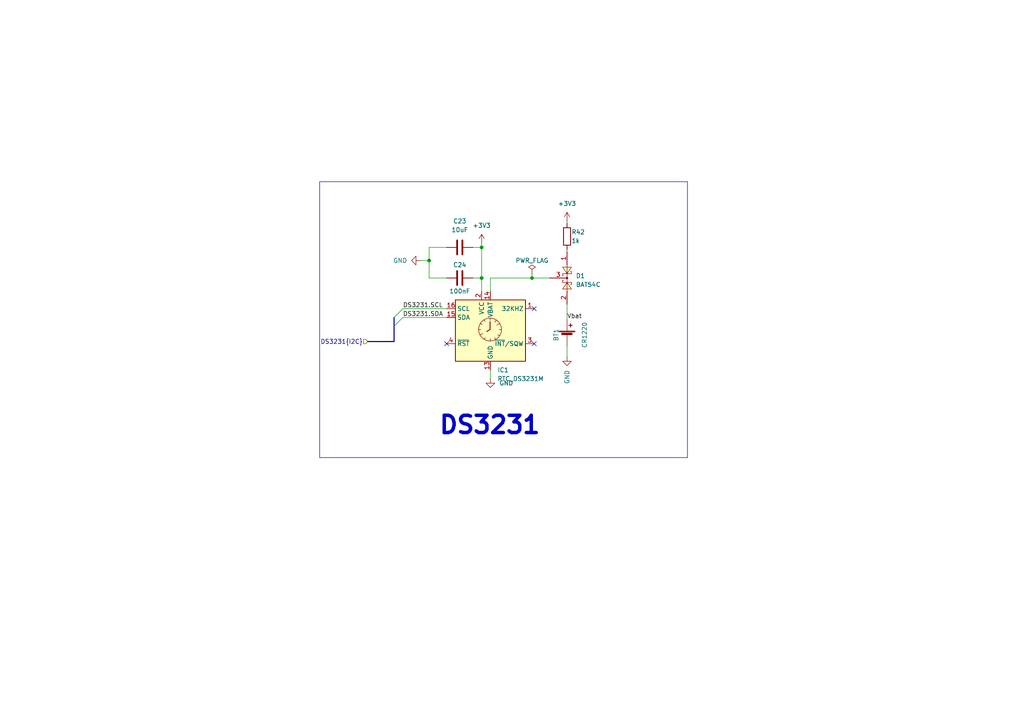
<source format=kicad_sch>
(kicad_sch (version 20230121) (generator eeschema)
  (paper "A4")
  (lib_symbols
    (symbol "Device:Battery_Cell" (pin_numbers hide) (pin_names (offset 0) hide)
      (property "Reference" "BT" (at 2.54 2.54 0))
      (property "Value" "Battery_Cell" (at 2.54 0 0))
      (symbol "Battery_Cell_0_1"
        (rectangle (start -2.286 1.778) (end 2.286 1.524) (fill (type outline)))
        (rectangle (start -1.5748 1.1938) (end 1.4732 0.6858) (fill (type outline)))
        (polyline (pts (xy 0 0.762) (xy 0 0)))
        (polyline (pts (xy 0 1.778) (xy 0 2.54)))
        (polyline (pts (xy 0.508 3.429) (xy 1.524 3.429)) (stroke (width 0.254)))
        (polyline (pts (xy 1.016 3.937) (xy 1.016 2.921)) (stroke (width 0.254)))
      )
      (symbol "Battery_Cell_1_1"
        (pin passive line (at 0 5.08 270) (length 2.54) (name "+") (number "1"))
        (pin passive line (at 0 -2.54 90) (length 2.54) (name "-") (number "2"))
      )
    )
    (symbol "Device:C" (pin_numbers hide) (pin_names (offset 0.254))
      (property "Reference" "C" (at 0.635 2.54 0))
      (property "Value" "C" (at 0.635 -2.54 0))
      (symbol "C_0_1"
        (polyline (pts (xy -2.032 -0.762) (xy 2.032 -0.762)) (stroke (width 0.508)))
        (polyline (pts (xy -2.032 0.762) (xy 2.032 0.762)) (stroke (width 0.508)))
      )
      (symbol "C_1_1"
        (pin passive line (at 0 3.81 270) (length 2.794) (name "~") (number "1"))
        (pin passive line (at 0 -3.81 90) (length 2.794) (name "~") (number "2"))
      )
    )
    (symbol "Device:R" (pin_numbers hide) (pin_names (offset 0))
      (property "Reference" "R" (at 2.032 0 90))
      (property "Value" "R" (at 0 0 90))
      (symbol "R_0_1"
        (rectangle (start -1.016 -2.54) (end 1.016 2.54) (stroke (width 0.254)))
      )
      (symbol "R_1_1"
        (pin passive line (at 0 3.81 270) (length 1.27) (name "~") (number "1"))
        (pin passive line (at 0 -3.81 90) (length 1.27) (name "~") (number "2"))
      )
    )
    (symbol "GND_10" (power) (pin_names (offset 0))
      (property "Value" "GND_10" (at 0 -3.81 0))
      (symbol "GND_10_0_1"
        (polyline (pts (xy 0 0) (xy 0 -1.27) (xy 1.27 -1.27) (xy 0 -2.54) (xy -1.27 -1.27) (xy 0 -1.27)))
      )
      (symbol "GND_10_1_1"
        (pin power_in line (at 0 0 270) (length 0) hide (name "GND") (number "1"))
      )
    )
    (symbol "GND_3" (power) (pin_names (offset 0))
      (property "Value" "GND_3" (at 0 -3.81 0))
      (symbol "GND_3_0_1"
        (polyline (pts (xy 0 0) (xy 0 -1.27) (xy 1.27 -1.27) (xy 0 -2.54) (xy -1.27 -1.27) (xy 0 -1.27)))
      )
      (symbol "GND_3_1_1"
        (pin power_in line (at 0 0 270) (length 0) hide (name "GND") (number "1"))
      )
    )
    (symbol "GND_9" (power) (pin_names (offset 0))
      (property "Value" "GND_9" (at 0 -3.81 0))
      (symbol "GND_9_0_1"
        (polyline (pts (xy 0 0) (xy 0 -1.27) (xy 1.27 -1.27) (xy 0 -2.54) (xy -1.27 -1.27) (xy 0 -1.27)))
      )
      (symbol "GND_9_1_1"
        (pin power_in line (at 0 0 270) (length 0) hide (name "GND") (number "1"))
      )
    )
    (symbol "IVS_SYMBOLS:BAT54C" (pin_names (offset 1.016))
      (property "Reference" "D" (at 0.635 -3.81 0))
      (property "Value" "BAT54C" (at -6.35 3.175 0))
      (symbol "BAT54C_0_1"
        (polyline (pts (xy -1.905 0) (xy 1.905 0)))
        (polyline (pts (xy -1.905 1.27) (xy -1.905 1.016)))
        (polyline (pts (xy -1.27 -1.27) (xy -0.635 -1.27)))
        (polyline (pts (xy -1.27 0) (xy -3.81 0)))
        (polyline (pts (xy -1.27 1.27) (xy -1.905 1.27)))
        (polyline (pts (xy -1.27 1.27) (xy -1.27 -1.27)))
        (polyline (pts (xy -0.635 -1.27) (xy -0.635 -1.016)))
        (polyline (pts (xy 0.635 -1.27) (xy 0.635 -1.016)))
        (polyline (pts (xy 1.27 -1.27) (xy 0.635 -1.27)))
        (polyline (pts (xy 1.27 1.27) (xy 1.27 -1.27)))
        (polyline (pts (xy 1.27 1.27) (xy 1.905 1.27)))
        (polyline (pts (xy 1.905 1.27) (xy 1.905 1.016)))
        (polyline (pts (xy 3.81 0) (xy 1.27 0)))
        (circle (center 0 0) (radius 0.254) (fill (type outline)))
      )
      (symbol "BAT54C_1_1"
        (polyline (pts (xy -3.175 -1.27) (xy -3.175 1.27) (xy -1.27 0) (xy -3.175 -1.27)) (fill (type background)))
        (polyline (pts (xy 3.175 -1.27) (xy 3.175 1.27) (xy 1.27 0) (xy 3.175 -1.27)) (fill (type background)))
        (pin passive line (at -7.62 0 0) (length 3.81) (name "~") (number "1"))
        (pin passive line (at 7.62 0 180) (length 3.81) (name "~") (number "2"))
        (pin passive line (at 0 -5.08 90) (length 5.08) (name "~") (number "3"))
      )
    )
    (symbol "IVS_SYMBOL_DIR:RTC_DS3231M"
      (property "Reference" "IC" (at -7.62 8.89 0))
      (property "Value" "RTC_DS3231M" (at 6.985 -20.955 0))
      (symbol "RTC_DS3231M_0_1"
        (rectangle (start -10.16 7.62) (end 10.16 -10.16) (stroke (width 0.254)) (fill (type background)))
        (circle (center -0.1016 -0.9652) (radius 3.316))
        (polyline (pts (xy -3.4544 -0.9652) (xy -2.794 -0.9652)))
        (polyline (pts (xy -2.9972 -2.54) (xy -2.2352 -2.1336)))
        (polyline (pts (xy -2.8956 0.8128) (xy -2.3876 0.4572)))
        (polyline (pts (xy -1.8288 -3.7592) (xy -1.4732 -3.302)))
        (polyline (pts (xy -1.8288 1.8288) (xy -1.524 1.3716)))
        (polyline (pts (xy -0.1016 2.3368) (xy -0.1016 1.7272)))
        (polyline (pts (xy -0.0508 -3.6068) (xy -0.0508 -4.2672)))
        (polyline (pts (xy 1.2192 -3.3528) (xy 1.524 -3.81)))
        (polyline (pts (xy 1.27 1.1684) (xy 1.6764 1.7272)))
        (polyline (pts (xy 1.8796 0.3556) (xy 2.6416 0.762)))
        (polyline (pts (xy 2.1336 -2.4892) (xy 2.6924 -2.7432)))
        (polyline (pts (xy 2.54 -0.9652) (xy 3.2004 -0.9652)))
        (polyline (pts (xy -0.1016 1.3208) (xy -0.1016 -0.9652) (xy -1.0668 -1.524)) (stroke (width 0.254)))
      )
      (symbol "RTC_DS3231M_1_1"
        (pin open_collector line (at 12.7 5.08 180) (length 2.54) (name "32KHZ") (number "1"))
        (pin passive line (at 0 -12.7 90) (length 2.54) hide (name "GND") (number "10"))
        (pin passive line (at 0 -12.7 90) (length 2.54) hide (name "GND") (number "11"))
        (pin passive line (at 0 -12.7 90) (length 2.54) hide (name "GND") (number "12"))
        (pin power_in line (at 0 -12.7 90) (length 2.54) (name "GND") (number "13"))
        (pin power_in line (at 0 10.16 270) (length 2.54) (name "VBAT") (number "14"))
        (pin bidirectional line (at -12.7 2.54 0) (length 2.54) (name "SDA") (number "15"))
        (pin input line (at -12.7 5.08 0) (length 2.54) (name "SCL") (number "16"))
        (pin power_in line (at -2.54 10.16 270) (length 2.54) (name "VCC") (number "2"))
        (pin open_collector line (at 12.7 -5.08 180) (length 2.54) (name "~{INT}/SQW") (number "3"))
        (pin bidirectional line (at -12.7 -5.08 0) (length 2.54) (name "~{RST}") (number "4"))
        (pin passive line (at 0 -12.7 90) (length 2.54) hide (name "GND") (number "5"))
        (pin passive line (at 0 -12.7 90) (length 2.54) hide (name "GND") (number "6"))
        (pin passive line (at 0 -12.7 90) (length 2.54) hide (name "GND") (number "7"))
        (pin passive line (at 0 -12.7 90) (length 2.54) hide (name "GND") (number "8"))
        (pin passive line (at 0 -12.7 90) (length 2.54) hide (name "GND") (number "9"))
      )
    )
    (symbol "power:+3V3" (power) (pin_names (offset 0))
      (property "Value" "+3V3" (at 0 3.556 0))
      (symbol "+3V3_0_1"
        (polyline (pts (xy -0.762 1.27) (xy 0 2.54)))
        (polyline (pts (xy 0 0) (xy 0 2.54)))
        (polyline (pts (xy 0 2.54) (xy 0.762 1.27)))
      )
      (symbol "+3V3_1_1"
        (pin power_in line (at 0 0 90) (length 0) hide (name "+3V3") (number "1"))
      )
    )
    (symbol "power:PWR_FLAG" (power) (pin_numbers hide) (pin_names (offset 0) hide)
      (property "Value" "PWR_FLAG" (at 0 3.81 0))
      (symbol "PWR_FLAG_0_0"
        (pin power_out line (at 0 0 90) (length 0) (name "pwr") (number "1"))
      )
      (symbol "PWR_FLAG_0_1"
        (polyline (pts (xy 0 0) (xy 0 1.27) (xy -1.016 1.905) (xy 0 2.54) (xy 1.016 1.905) (xy 0 1.27)))
      )
    )
  )
  (junction (at 139.7 71.755))
  (junction (at 124.46 75.565))
  (junction (at 139.7 80.645))
  (junction (at 154.305 80.645))
  (no_connect (at 154.94 99.695))
  (no_connect (at 129.54 99.695))
  (no_connect (at 154.94 89.535))
  (bus_entry (at 116.84 89.535) (size -2.54 2.54))
  (bus_entry (at 116.84 92.075) (size -2.54 2.54))
  (wire (pts (xy 154.305 79.375) (xy 154.305 80.645)))
  (wire (pts (xy 164.465 88.265) (xy 164.465 92.71)))
  (wire (pts (xy 124.46 80.645) (xy 129.54 80.645)))
  (wire (pts (xy 139.7 80.645) (xy 139.7 84.455)))
  (wire (pts (xy 129.54 71.755) (xy 124.46 71.755)))
  (wire (pts (xy 124.46 75.565) (xy 124.46 80.645)))
  (wire (pts (xy 116.84 92.075) (xy 129.54 92.075)))
  (wire (pts (xy 164.465 100.33) (xy 164.465 103.505)))
  (wire (pts (xy 124.46 71.755) (xy 124.46 75.565)))
  (polyline (pts (xy 92.71 132.715) (xy 199.39 132.715)))
  (wire (pts (xy 142.24 109.855) (xy 142.24 107.315)))
  (bus (pts (xy 106.68 99.06) (xy 114.3 99.06)))
  (wire (pts (xy 121.92 75.565) (xy 124.46 75.565)))
  (bus (pts (xy 114.3 92.075) (xy 114.3 94.615)))
  (polyline (pts (xy 199.39 52.705) (xy 92.71 52.705)))
  (wire (pts (xy 154.305 80.645) (xy 159.385 80.645)))
  (wire (pts (xy 164.465 64.135) (xy 164.465 64.77)))
  (wire (pts (xy 137.16 80.645) (xy 139.7 80.645)))
  (wire (pts (xy 137.16 71.755) (xy 139.7 71.755)))
  (wire (pts (xy 164.465 72.39) (xy 164.465 73.025)))
  (polyline (pts (xy 199.39 132.715) (xy 199.39 52.705)))
  (wire (pts (xy 139.7 71.755) (xy 139.7 80.645)))
  (wire (pts (xy 142.24 80.645) (xy 142.24 84.455)))
  (bus (pts (xy 114.3 94.615) (xy 114.3 99.06)))
  (wire (pts (xy 139.7 70.485) (xy 139.7 71.755)))
  (wire (pts (xy 142.24 80.645) (xy 154.305 80.645)))
  (wire (pts (xy 116.84 89.535) (xy 129.54 89.535)))
  (polyline (pts (xy 92.71 52.705) (xy 92.71 132.715)))
  (text "DS3231\n" (at 127 126.365 0) (effects (font (size 5 5) bold) (justify left bottom)))
  (label "DS3231.SCL" (at 116.84 89.535 0))
  (label "Vbat" (at 164.465 92.71 0))
  (label "DS3231.SDA" (at 116.84 92.075 0))
  (hierarchical_label "DS3231{I2C}" (shape input) (at 106.68 99.06 180))
  (symbol (lib_name "GND_3") (lib_id "power:GND") (at 164.465 103.505 0) (unit 1)
    (property "Reference" "#PWR051" (effects hide))
    (property "Value" "GND" (at 164.4649 107.315 90) (effects (justify right)))
    (instances (project "dongtam" (path "" (reference "#PWR051") (unit 1))) (project "DO_AN_DKTD" (path "" (reference "#PWR037") (unit 1)) (path "" (reference "#PWR037") (unit 1))))
  )
  (symbol (lib_id "IVS_SYMBOLS:BAT54C") (at 164.465 80.645 270) (unit 1)
    (property "Reference" "D1" (at 167.005 80.01 90) (effects (justify left)))
    (property "Value" "BAT54C" (at 167.005 82.55 90) (effects (justify left)))
    (property "Footprint" "IVS_FOOTPRINTS:SOT23-3" (effects hide))
    (property "Datasheet" "http://www.diodes.com/_files/datasheets/ds11005.pdf" (effects hide))
    (instances (project "dongtam" (path "" (reference "D1") (unit 1))) (project "DO_AN_DKTD" (path "" (reference "D4") (unit 1)) (path "" (reference "D4") (unit 1))))
  )
  (symbol (lib_name "GND_9") (lib_id "power:GND") (at 142.24 109.855 0) (unit 1)
    (property "Reference" "#PWR059" (effects hide))
    (property "Value" "GND" (at 144.78 111.1249 0) (effects (justify left)))
    (instances (project "dongtam" (path "" (reference "#PWR059") (unit 1))) (project "DO_AN_DKTD" (path "" (reference "#PWR033") (unit 1)) (path "" (reference "#PWR033") (unit 1))))
  )
  (symbol (lib_id "Device:C") (at 133.35 71.755 90) (unit 1)
    (property "Reference" "C23" (at 133.35 64.135 90))
    (property "Value" "10uF" (at 133.35 66.675 90))
    (property "Footprint" "IVS_FOOTPRINTS:C_0603" (effects hide))
    (instances (project "dongtam" (path "" (reference "C23") (unit 1))) (project "DO_AN_DKTD" (path "" (reference "C14") (unit 1)) (path "" (reference "C14") (unit 1))))
  )
  (symbol (lib_id "IVS_SYMBOL_DIR:RTC_DS3231M") (at 142.24 94.615 0) (unit 1)
    (property "Reference" "IC1" (at 144.2594 107.315 0) (effects (justify left)))
    (property "Value" "RTC_DS3231M" (at 144.2594 109.855 0) (effects (justify left)))
    (property "Footprint" "IVS_FOOTPRINTS:SOIC-16W_7.5x10.3mm_P1.27mm" (effects hide))
    (property "Datasheet" "http://datasheets.maximintegrated.com/en/ds/DS3231.pdf" (effects hide))
    (property "Thegioiic_Buylink" "https://www.thegioiic.com/ds3231sn-ic-rtc-clock-calendar-16-soic" (effects hide))
    (property "ICDAYROI_Buylink" "https://icdayroi.com/ds3231n" (effects hide))
    (property "Digikey_Buylink" "https://www.digikey.com/en/products/detail/analog-devices-inc-maxim-integrated/DS3231M-TRL/2402421" (effects hide))
  )
  (symbol (lib_id "power:PWR_FLAG") (at 154.305 79.375 0) (unit 1)
    (property "Reference" "#FLG03" (effects hide))
    (property "Value" "PWR_FLAG" (at 154.305 75.565 0))
  )
  (symbol (lib_id "power:+3V3") (at 139.7 70.485 0) (unit 1)
    (property "Reference" "#PWR058" (effects hide))
    (property "Value" "+3V3" (at 139.7 65.405 0))
    (instances (project "dongtam" (path "" (reference "#PWR058") (unit 1))) (project "DO_AN_DKTD" (path "" (reference "#PWR032") (unit 1)) (path "" (reference "#PWR032") (unit 1))))
  )
  (symbol (lib_id "Device:R") (at 164.465 68.58 0) (unit 1)
    (property "Reference" "R42" (at 165.735 67.31 0) (effects (justify left)))
    (property "Value" "1k" (at 165.735 69.85 0) (effects (justify left)))
    (property "Footprint" "IVS_FOOTPRINTS:R_0603" (effects hide))
    (instances (project "dongtam" (path "" (reference "R42") (unit 1))) (project "DO_AN_DKTD" (path "" (reference "R41") (unit 1)) (path "" (reference "R41") (unit 1))))
  )
  (symbol (lib_name "GND_10") (lib_id "power:GND") (at 121.92 75.565 270) (unit 1)
    (property "Reference" "#PWR057" (effects hide))
    (property "Value" "GND" (at 118.11 75.5649 90) (effects (justify right)))
    (instances (project "dongtam" (path "" (reference "#PWR057") (unit 1))) (project "DO_AN_DKTD" (path "" (reference "#PWR031") (unit 1)) (path "" (reference "#PWR031") (unit 1))))
  )
  (symbol (lib_id "Device:Battery_Cell") (at 164.465 97.79 0) (unit 1)
    (property "Reference" "BT1" (at 161.29 97.155 90))
    (property "Value" "CR1220" (at 169.545 97.155 90))
    (property "Footprint" "IVS_FOOTPRINTS:BatteryHolder_CR1220" (effects hide))
  )
  (symbol (lib_id "Device:C") (at 133.35 80.645 90) (unit 1)
    (property "Reference" "C24" (at 133.35 76.835 90))
    (property "Value" "100nF" (at 133.35 84.455 90))
    (property "Footprint" "IVS_FOOTPRINTS:C_0603" (effects hide))
    (instances (project "dongtam" (path "" (reference "C24") (unit 1))) (project "DO_AN_DKTD" (path "" (reference "C19") (unit 1)) (path "" (reference "C19") (unit 1))))
  )
  (symbol (lib_id "power:+3V3") (at 164.465 64.135 0) (unit 1)
    (property "Reference" "#PWR060" (effects hide))
    (property "Value" "+3V3" (at 164.465 59.055 0))
    (instances (project "dongtam" (path "" (reference "#PWR060") (unit 1))) (project "DO_AN_DKTD" (path "" (reference "#PWR034") (unit 1)) (path "" (reference "#PWR034") (unit 1))))
  )
)
</source>
